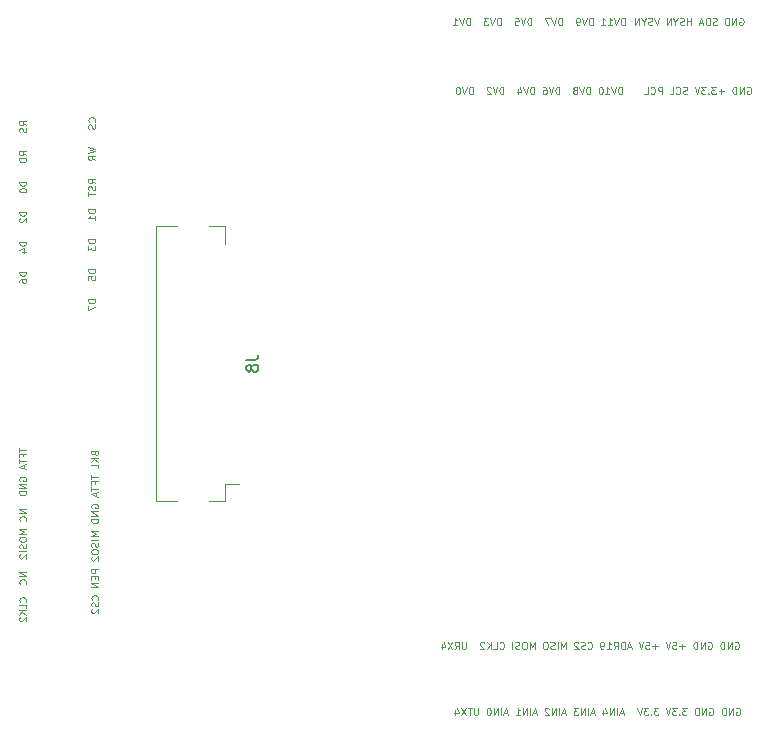
<source format=gbr>
%TF.GenerationSoftware,KiCad,Pcbnew,5.1.5-br-unknown-alt1.rc1*%
%TF.CreationDate,2025-11-25T07:02:03+07:00*%
%TF.ProjectId,ch32v307_100,63683332-7633-4303-975f-3130302e6b69,rev?*%
%TF.SameCoordinates,PX21e9a40PY1d11680*%
%TF.FileFunction,Legend,Bot*%
%TF.FilePolarity,Positive*%
%FSLAX46Y46*%
G04 Gerber Fmt 4.6, Leading zero omitted, Abs format (unit mm)*
G04 Created by KiCad (PCBNEW 5.1.5-br-unknown-alt1.rc1) date 2025-11-25 07:02:03*
%MOMM*%
%LPD*%
G01*
G04 APERTURE LIST*
%ADD10C,0.100000*%
%ADD11C,0.120000*%
%ADD12C,0.150000*%
G04 APERTURE END LIST*
D10*
X6564285Y-8978285D02*
X6592857Y-8949714D01*
X6621428Y-8864000D01*
X6621428Y-8806857D01*
X6592857Y-8721142D01*
X6535714Y-8664000D01*
X6478571Y-8635428D01*
X6364285Y-8606857D01*
X6278571Y-8606857D01*
X6164285Y-8635428D01*
X6107142Y-8664000D01*
X6050000Y-8721142D01*
X6021428Y-8806857D01*
X6021428Y-8864000D01*
X6050000Y-8949714D01*
X6078571Y-8978285D01*
X6592857Y-9206857D02*
X6621428Y-9292571D01*
X6621428Y-9435428D01*
X6592857Y-9492571D01*
X6564285Y-9521142D01*
X6507142Y-9549714D01*
X6450000Y-9549714D01*
X6392857Y-9521142D01*
X6364285Y-9492571D01*
X6335714Y-9435428D01*
X6307142Y-9321142D01*
X6278571Y-9264000D01*
X6250000Y-9235428D01*
X6192857Y-9206857D01*
X6135714Y-9206857D01*
X6078571Y-9235428D01*
X6050000Y-9264000D01*
X6021428Y-9321142D01*
X6021428Y-9464000D01*
X6050000Y-9549714D01*
X6021428Y-11121142D02*
X6621428Y-11263999D01*
X6192857Y-11378285D01*
X6621428Y-11492571D01*
X6021428Y-11635428D01*
X6621428Y-12206857D02*
X6335714Y-12006857D01*
X6621428Y-11863999D02*
X6021428Y-11863999D01*
X6021428Y-12092571D01*
X6050000Y-12149714D01*
X6078571Y-12178285D01*
X6135714Y-12206857D01*
X6221428Y-12206857D01*
X6278571Y-12178285D01*
X6307142Y-12149714D01*
X6335714Y-12092571D01*
X6335714Y-11863999D01*
X6621428Y-14178285D02*
X6335714Y-13978285D01*
X6621428Y-13835428D02*
X6021428Y-13835428D01*
X6021428Y-14063999D01*
X6050000Y-14121142D01*
X6078571Y-14149714D01*
X6135714Y-14178285D01*
X6221428Y-14178285D01*
X6278571Y-14149714D01*
X6307142Y-14121142D01*
X6335714Y-14063999D01*
X6335714Y-13835428D01*
X6592857Y-14406857D02*
X6621428Y-14492571D01*
X6621428Y-14635428D01*
X6592857Y-14692571D01*
X6564285Y-14721142D01*
X6507142Y-14749714D01*
X6450000Y-14749714D01*
X6392857Y-14721142D01*
X6364285Y-14692571D01*
X6335714Y-14635428D01*
X6307142Y-14521142D01*
X6278571Y-14463999D01*
X6250000Y-14435428D01*
X6192857Y-14406857D01*
X6135714Y-14406857D01*
X6078571Y-14435428D01*
X6050000Y-14463999D01*
X6021428Y-14521142D01*
X6021428Y-14663999D01*
X6050000Y-14749714D01*
X6021428Y-14921142D02*
X6021428Y-15263999D01*
X6621428Y-15092571D02*
X6021428Y-15092571D01*
X6621428Y-16378285D02*
X6021428Y-16378285D01*
X6021428Y-16521142D01*
X6050000Y-16606857D01*
X6107142Y-16663999D01*
X6164285Y-16692571D01*
X6278571Y-16721142D01*
X6364285Y-16721142D01*
X6478571Y-16692571D01*
X6535714Y-16663999D01*
X6592857Y-16606857D01*
X6621428Y-16521142D01*
X6621428Y-16378285D01*
X6621428Y-17292571D02*
X6621428Y-16949714D01*
X6621428Y-17121142D02*
X6021428Y-17121142D01*
X6107142Y-17063999D01*
X6164285Y-17006857D01*
X6192857Y-16949714D01*
X6621428Y-18921142D02*
X6021428Y-18921142D01*
X6021428Y-19063999D01*
X6050000Y-19149714D01*
X6107142Y-19206857D01*
X6164285Y-19235428D01*
X6278571Y-19263999D01*
X6364285Y-19263999D01*
X6478571Y-19235428D01*
X6535714Y-19206857D01*
X6592857Y-19149714D01*
X6621428Y-19063999D01*
X6621428Y-18921142D01*
X6021428Y-19463999D02*
X6021428Y-19835428D01*
X6250000Y-19635428D01*
X6250000Y-19721142D01*
X6278571Y-19778285D01*
X6307142Y-19806857D01*
X6364285Y-19835428D01*
X6507142Y-19835428D01*
X6564285Y-19806857D01*
X6592857Y-19778285D01*
X6621428Y-19721142D01*
X6621428Y-19549714D01*
X6592857Y-19492571D01*
X6564285Y-19463999D01*
X6621428Y-21463999D02*
X6021428Y-21463999D01*
X6021428Y-21606857D01*
X6050000Y-21692571D01*
X6107142Y-21749714D01*
X6164285Y-21778285D01*
X6278571Y-21806857D01*
X6364285Y-21806857D01*
X6478571Y-21778285D01*
X6535714Y-21749714D01*
X6592857Y-21692571D01*
X6621428Y-21606857D01*
X6621428Y-21463999D01*
X6021428Y-22349714D02*
X6021428Y-22063999D01*
X6307142Y-22035428D01*
X6278571Y-22063999D01*
X6250000Y-22121142D01*
X6250000Y-22263999D01*
X6278571Y-22321142D01*
X6307142Y-22349714D01*
X6364285Y-22378285D01*
X6507142Y-22378285D01*
X6564285Y-22349714D01*
X6592857Y-22321142D01*
X6621428Y-22263999D01*
X6621428Y-22121142D01*
X6592857Y-22063999D01*
X6564285Y-22035428D01*
X6621428Y-24006857D02*
X6021428Y-24006857D01*
X6021428Y-24149714D01*
X6050000Y-24235428D01*
X6107142Y-24292571D01*
X6164285Y-24321142D01*
X6278571Y-24349714D01*
X6364285Y-24349714D01*
X6478571Y-24321142D01*
X6535714Y-24292571D01*
X6592857Y-24235428D01*
X6621428Y-24149714D01*
X6621428Y-24006857D01*
X6021428Y-24549714D02*
X6021428Y-24949714D01*
X6621428Y-24692571D01*
X779428Y-9276571D02*
X493714Y-9076571D01*
X779428Y-8933714D02*
X179428Y-8933714D01*
X179428Y-9162285D01*
X208000Y-9219428D01*
X236571Y-9248000D01*
X293714Y-9276571D01*
X379428Y-9276571D01*
X436571Y-9248000D01*
X465142Y-9219428D01*
X493714Y-9162285D01*
X493714Y-8933714D01*
X750857Y-9505142D02*
X779428Y-9590857D01*
X779428Y-9733714D01*
X750857Y-9790857D01*
X722285Y-9819428D01*
X665142Y-9848000D01*
X608000Y-9848000D01*
X550857Y-9819428D01*
X522285Y-9790857D01*
X493714Y-9733714D01*
X465142Y-9619428D01*
X436571Y-9562285D01*
X408000Y-9533714D01*
X350857Y-9505142D01*
X293714Y-9505142D01*
X236571Y-9533714D01*
X208000Y-9562285D01*
X179428Y-9619428D01*
X179428Y-9762285D01*
X208000Y-9848000D01*
X779428Y-11819428D02*
X493714Y-11619428D01*
X779428Y-11476571D02*
X179428Y-11476571D01*
X179428Y-11705142D01*
X208000Y-11762285D01*
X236571Y-11790857D01*
X293714Y-11819428D01*
X379428Y-11819428D01*
X436571Y-11790857D01*
X465142Y-11762285D01*
X493714Y-11705142D01*
X493714Y-11476571D01*
X779428Y-12076571D02*
X179428Y-12076571D01*
X179428Y-12219428D01*
X208000Y-12305142D01*
X265142Y-12362285D01*
X322285Y-12390857D01*
X436571Y-12419428D01*
X522285Y-12419428D01*
X636571Y-12390857D01*
X693714Y-12362285D01*
X750857Y-12305142D01*
X779428Y-12219428D01*
X779428Y-12076571D01*
X779428Y-14047999D02*
X179428Y-14047999D01*
X179428Y-14190857D01*
X208000Y-14276571D01*
X265142Y-14333714D01*
X322285Y-14362285D01*
X436571Y-14390857D01*
X522285Y-14390857D01*
X636571Y-14362285D01*
X693714Y-14333714D01*
X750857Y-14276571D01*
X779428Y-14190857D01*
X779428Y-14047999D01*
X179428Y-14762285D02*
X179428Y-14819428D01*
X208000Y-14876571D01*
X236571Y-14905142D01*
X293714Y-14933714D01*
X408000Y-14962285D01*
X550857Y-14962285D01*
X665142Y-14933714D01*
X722285Y-14905142D01*
X750857Y-14876571D01*
X779428Y-14819428D01*
X779428Y-14762285D01*
X750857Y-14705142D01*
X722285Y-14676571D01*
X665142Y-14647999D01*
X550857Y-14619428D01*
X408000Y-14619428D01*
X293714Y-14647999D01*
X236571Y-14676571D01*
X208000Y-14705142D01*
X179428Y-14762285D01*
X779428Y-16590857D02*
X179428Y-16590857D01*
X179428Y-16733714D01*
X208000Y-16819428D01*
X265142Y-16876571D01*
X322285Y-16905142D01*
X436571Y-16933714D01*
X522285Y-16933714D01*
X636571Y-16905142D01*
X693714Y-16876571D01*
X750857Y-16819428D01*
X779428Y-16733714D01*
X779428Y-16590857D01*
X236571Y-17162285D02*
X208000Y-17190857D01*
X179428Y-17247999D01*
X179428Y-17390857D01*
X208000Y-17447999D01*
X236571Y-17476571D01*
X293714Y-17505142D01*
X350857Y-17505142D01*
X436571Y-17476571D01*
X779428Y-17133714D01*
X779428Y-17505142D01*
X779428Y-19133714D02*
X179428Y-19133714D01*
X179428Y-19276571D01*
X208000Y-19362285D01*
X265142Y-19419428D01*
X322285Y-19447999D01*
X436571Y-19476571D01*
X522285Y-19476571D01*
X636571Y-19447999D01*
X693714Y-19419428D01*
X750857Y-19362285D01*
X779428Y-19276571D01*
X779428Y-19133714D01*
X379428Y-19990857D02*
X779428Y-19990857D01*
X150857Y-19847999D02*
X579428Y-19705142D01*
X579428Y-20076571D01*
X779428Y-21676571D02*
X179428Y-21676571D01*
X179428Y-21819428D01*
X208000Y-21905142D01*
X265142Y-21962285D01*
X322285Y-21990857D01*
X436571Y-22019428D01*
X522285Y-22019428D01*
X636571Y-21990857D01*
X693714Y-21962285D01*
X750857Y-21905142D01*
X779428Y-21819428D01*
X779428Y-21676571D01*
X179428Y-22533714D02*
X179428Y-22419428D01*
X208000Y-22362285D01*
X236571Y-22333714D01*
X322285Y-22276571D01*
X436571Y-22247999D01*
X665142Y-22247999D01*
X722285Y-22276571D01*
X750857Y-22305142D01*
X779428Y-22362285D01*
X779428Y-22476571D01*
X750857Y-22533714D01*
X722285Y-22562285D01*
X665142Y-22590857D01*
X522285Y-22590857D01*
X465142Y-22562285D01*
X436571Y-22533714D01*
X408000Y-22476571D01*
X408000Y-22362285D01*
X436571Y-22305142D01*
X465142Y-22276571D01*
X522285Y-22247999D01*
X179428Y-36556285D02*
X179428Y-36899142D01*
X779428Y-36727714D02*
X179428Y-36727714D01*
X465142Y-37299142D02*
X465142Y-37099142D01*
X779428Y-37099142D02*
X179428Y-37099142D01*
X179428Y-37384857D01*
X179428Y-37527714D02*
X179428Y-37870571D01*
X779428Y-37699142D02*
X179428Y-37699142D01*
X608000Y-38042000D02*
X608000Y-38327714D01*
X779428Y-37984857D02*
X179428Y-38184857D01*
X779428Y-38384857D01*
X208000Y-39356285D02*
X179428Y-39299142D01*
X179428Y-39213428D01*
X208000Y-39127714D01*
X265142Y-39070571D01*
X322285Y-39042000D01*
X436571Y-39013428D01*
X522285Y-39013428D01*
X636571Y-39042000D01*
X693714Y-39070571D01*
X750857Y-39127714D01*
X779428Y-39213428D01*
X779428Y-39270571D01*
X750857Y-39356285D01*
X722285Y-39384857D01*
X522285Y-39384857D01*
X522285Y-39270571D01*
X779428Y-39642000D02*
X179428Y-39642000D01*
X779428Y-39984857D01*
X179428Y-39984857D01*
X779428Y-40270571D02*
X179428Y-40270571D01*
X179428Y-40413428D01*
X208000Y-40499142D01*
X265142Y-40556285D01*
X322285Y-40584857D01*
X436571Y-40613428D01*
X522285Y-40613428D01*
X636571Y-40584857D01*
X693714Y-40556285D01*
X750857Y-40499142D01*
X779428Y-40413428D01*
X779428Y-40270571D01*
X779428Y-41784857D02*
X179428Y-41784857D01*
X779428Y-42127714D01*
X179428Y-42127714D01*
X722285Y-42756285D02*
X750857Y-42727714D01*
X779428Y-42642000D01*
X779428Y-42584857D01*
X750857Y-42499142D01*
X693714Y-42442000D01*
X636571Y-42413428D01*
X522285Y-42384857D01*
X436571Y-42384857D01*
X322285Y-42413428D01*
X265142Y-42442000D01*
X208000Y-42499142D01*
X179428Y-42584857D01*
X179428Y-42642000D01*
X208000Y-42727714D01*
X236571Y-42756285D01*
X779428Y-43470571D02*
X179428Y-43470571D01*
X608000Y-43670571D01*
X179428Y-43870571D01*
X779428Y-43870571D01*
X179428Y-44270571D02*
X179428Y-44384857D01*
X208000Y-44442000D01*
X265142Y-44499142D01*
X379428Y-44527714D01*
X579428Y-44527714D01*
X693714Y-44499142D01*
X750857Y-44442000D01*
X779428Y-44384857D01*
X779428Y-44270571D01*
X750857Y-44213428D01*
X693714Y-44156285D01*
X579428Y-44127714D01*
X379428Y-44127714D01*
X265142Y-44156285D01*
X208000Y-44213428D01*
X179428Y-44270571D01*
X750857Y-44756285D02*
X779428Y-44842000D01*
X779428Y-44984857D01*
X750857Y-45042000D01*
X722285Y-45070571D01*
X665142Y-45099142D01*
X608000Y-45099142D01*
X550857Y-45070571D01*
X522285Y-45042000D01*
X493714Y-44984857D01*
X465142Y-44870571D01*
X436571Y-44813428D01*
X408000Y-44784857D01*
X350857Y-44756285D01*
X293714Y-44756285D01*
X236571Y-44784857D01*
X208000Y-44813428D01*
X179428Y-44870571D01*
X179428Y-45013428D01*
X208000Y-45099142D01*
X779428Y-45356285D02*
X179428Y-45356285D01*
X236571Y-45613428D02*
X208000Y-45642000D01*
X179428Y-45699142D01*
X179428Y-45842000D01*
X208000Y-45899142D01*
X236571Y-45927714D01*
X293714Y-45956285D01*
X350857Y-45956285D01*
X436571Y-45927714D01*
X779428Y-45584857D01*
X779428Y-45956285D01*
X779428Y-47127714D02*
X179428Y-47127714D01*
X779428Y-47470571D01*
X179428Y-47470571D01*
X722285Y-48099142D02*
X750857Y-48070571D01*
X779428Y-47984857D01*
X779428Y-47927714D01*
X750857Y-47842000D01*
X693714Y-47784857D01*
X636571Y-47756285D01*
X522285Y-47727714D01*
X436571Y-47727714D01*
X322285Y-47756285D01*
X265142Y-47784857D01*
X208000Y-47842000D01*
X179428Y-47927714D01*
X179428Y-47984857D01*
X208000Y-48070571D01*
X236571Y-48099142D01*
X722285Y-49613428D02*
X750857Y-49584857D01*
X779428Y-49499142D01*
X779428Y-49442000D01*
X750857Y-49356285D01*
X693714Y-49299142D01*
X636571Y-49270571D01*
X522285Y-49242000D01*
X436571Y-49242000D01*
X322285Y-49270571D01*
X265142Y-49299142D01*
X208000Y-49356285D01*
X179428Y-49442000D01*
X179428Y-49499142D01*
X208000Y-49584857D01*
X236571Y-49613428D01*
X779428Y-50156285D02*
X779428Y-49870571D01*
X179428Y-49870571D01*
X779428Y-50356285D02*
X179428Y-50356285D01*
X779428Y-50699142D02*
X436571Y-50442000D01*
X179428Y-50699142D02*
X522285Y-50356285D01*
X236571Y-50927714D02*
X208000Y-50956285D01*
X179428Y-51013428D01*
X179428Y-51156285D01*
X208000Y-51213428D01*
X236571Y-51242000D01*
X293714Y-51270571D01*
X350857Y-51270571D01*
X436571Y-51242000D01*
X779428Y-50899142D01*
X779428Y-51270571D01*
X6561142Y-37030857D02*
X6589714Y-37116571D01*
X6618285Y-37145142D01*
X6675428Y-37173714D01*
X6761142Y-37173714D01*
X6818285Y-37145142D01*
X6846857Y-37116571D01*
X6875428Y-37059428D01*
X6875428Y-36830857D01*
X6275428Y-36830857D01*
X6275428Y-37030857D01*
X6304000Y-37088000D01*
X6332571Y-37116571D01*
X6389714Y-37145142D01*
X6446857Y-37145142D01*
X6504000Y-37116571D01*
X6532571Y-37088000D01*
X6561142Y-37030857D01*
X6561142Y-36830857D01*
X6875428Y-37430857D02*
X6275428Y-37430857D01*
X6875428Y-37773714D02*
X6532571Y-37516571D01*
X6275428Y-37773714D02*
X6618285Y-37430857D01*
X6875428Y-38316571D02*
X6875428Y-38030857D01*
X6275428Y-38030857D01*
X6275428Y-38888000D02*
X6275428Y-39230857D01*
X6875428Y-39059428D02*
X6275428Y-39059428D01*
X6561142Y-39630857D02*
X6561142Y-39430857D01*
X6875428Y-39430857D02*
X6275428Y-39430857D01*
X6275428Y-39716571D01*
X6275428Y-39859428D02*
X6275428Y-40202285D01*
X6875428Y-40030857D02*
X6275428Y-40030857D01*
X6704000Y-40373714D02*
X6704000Y-40659428D01*
X6875428Y-40316571D02*
X6275428Y-40516571D01*
X6875428Y-40716571D01*
X6304000Y-41688000D02*
X6275428Y-41630857D01*
X6275428Y-41545142D01*
X6304000Y-41459428D01*
X6361142Y-41402285D01*
X6418285Y-41373714D01*
X6532571Y-41345142D01*
X6618285Y-41345142D01*
X6732571Y-41373714D01*
X6789714Y-41402285D01*
X6846857Y-41459428D01*
X6875428Y-41545142D01*
X6875428Y-41602285D01*
X6846857Y-41688000D01*
X6818285Y-41716571D01*
X6618285Y-41716571D01*
X6618285Y-41602285D01*
X6875428Y-41973714D02*
X6275428Y-41973714D01*
X6875428Y-42316571D01*
X6275428Y-42316571D01*
X6875428Y-42602285D02*
X6275428Y-42602285D01*
X6275428Y-42745142D01*
X6304000Y-42830857D01*
X6361142Y-42888000D01*
X6418285Y-42916571D01*
X6532571Y-42945142D01*
X6618285Y-42945142D01*
X6732571Y-42916571D01*
X6789714Y-42888000D01*
X6846857Y-42830857D01*
X6875428Y-42745142D01*
X6875428Y-42602285D01*
X6875428Y-43659428D02*
X6275428Y-43659428D01*
X6704000Y-43859428D01*
X6275428Y-44059428D01*
X6875428Y-44059428D01*
X6875428Y-44345142D02*
X6275428Y-44345142D01*
X6846857Y-44602285D02*
X6875428Y-44688000D01*
X6875428Y-44830857D01*
X6846857Y-44888000D01*
X6818285Y-44916571D01*
X6761142Y-44945142D01*
X6704000Y-44945142D01*
X6646857Y-44916571D01*
X6618285Y-44888000D01*
X6589714Y-44830857D01*
X6561142Y-44716571D01*
X6532571Y-44659428D01*
X6504000Y-44630857D01*
X6446857Y-44602285D01*
X6389714Y-44602285D01*
X6332571Y-44630857D01*
X6304000Y-44659428D01*
X6275428Y-44716571D01*
X6275428Y-44859428D01*
X6304000Y-44945142D01*
X6275428Y-45316571D02*
X6275428Y-45430857D01*
X6304000Y-45488000D01*
X6361142Y-45545142D01*
X6475428Y-45573714D01*
X6675428Y-45573714D01*
X6789714Y-45545142D01*
X6846857Y-45488000D01*
X6875428Y-45430857D01*
X6875428Y-45316571D01*
X6846857Y-45259428D01*
X6789714Y-45202285D01*
X6675428Y-45173714D01*
X6475428Y-45173714D01*
X6361142Y-45202285D01*
X6304000Y-45259428D01*
X6275428Y-45316571D01*
X6332571Y-45802285D02*
X6304000Y-45830857D01*
X6275428Y-45888000D01*
X6275428Y-46030857D01*
X6304000Y-46088000D01*
X6332571Y-46116571D01*
X6389714Y-46145142D01*
X6446857Y-46145142D01*
X6532571Y-46116571D01*
X6875428Y-45773714D01*
X6875428Y-46145142D01*
X6875428Y-46859428D02*
X6275428Y-46859428D01*
X6275428Y-47088000D01*
X6304000Y-47145142D01*
X6332571Y-47173714D01*
X6389714Y-47202285D01*
X6475428Y-47202285D01*
X6532571Y-47173714D01*
X6561142Y-47145142D01*
X6589714Y-47088000D01*
X6589714Y-46859428D01*
X6561142Y-47459428D02*
X6561142Y-47659428D01*
X6875428Y-47745142D02*
X6875428Y-47459428D01*
X6275428Y-47459428D01*
X6275428Y-47745142D01*
X6875428Y-48002285D02*
X6275428Y-48002285D01*
X6875428Y-48345142D01*
X6275428Y-48345142D01*
X6818285Y-49430857D02*
X6846857Y-49402285D01*
X6875428Y-49316571D01*
X6875428Y-49259428D01*
X6846857Y-49173714D01*
X6789714Y-49116571D01*
X6732571Y-49088000D01*
X6618285Y-49059428D01*
X6532571Y-49059428D01*
X6418285Y-49088000D01*
X6361142Y-49116571D01*
X6304000Y-49173714D01*
X6275428Y-49259428D01*
X6275428Y-49316571D01*
X6304000Y-49402285D01*
X6332571Y-49430857D01*
X6846857Y-49659428D02*
X6875428Y-49745142D01*
X6875428Y-49888000D01*
X6846857Y-49945142D01*
X6818285Y-49973714D01*
X6761142Y-50002285D01*
X6704000Y-50002285D01*
X6646857Y-49973714D01*
X6618285Y-49945142D01*
X6589714Y-49888000D01*
X6561142Y-49773714D01*
X6532571Y-49716571D01*
X6504000Y-49688000D01*
X6446857Y-49659428D01*
X6389714Y-49659428D01*
X6332571Y-49688000D01*
X6304000Y-49716571D01*
X6275428Y-49773714D01*
X6275428Y-49916571D01*
X6304000Y-50002285D01*
X6332571Y-50230857D02*
X6304000Y-50259428D01*
X6275428Y-50316571D01*
X6275428Y-50459428D01*
X6304000Y-50516571D01*
X6332571Y-50545142D01*
X6389714Y-50573714D01*
X6446857Y-50573714D01*
X6532571Y-50545142D01*
X6875428Y-50202285D01*
X6875428Y-50573714D01*
X51338857Y-59028000D02*
X51053142Y-59028000D01*
X51396000Y-59199428D02*
X51196000Y-58599428D01*
X50996000Y-59199428D01*
X50796000Y-59199428D02*
X50796000Y-58599428D01*
X50510285Y-59199428D02*
X50510285Y-58599428D01*
X50167428Y-59199428D01*
X50167428Y-58599428D01*
X49624571Y-58799428D02*
X49624571Y-59199428D01*
X49767428Y-58570857D02*
X49910285Y-58999428D01*
X49538857Y-58999428D01*
X48881714Y-59028000D02*
X48596000Y-59028000D01*
X48938857Y-59199428D02*
X48738857Y-58599428D01*
X48538857Y-59199428D01*
X48338857Y-59199428D02*
X48338857Y-58599428D01*
X48053142Y-59199428D02*
X48053142Y-58599428D01*
X47710285Y-59199428D01*
X47710285Y-58599428D01*
X47481714Y-58599428D02*
X47110285Y-58599428D01*
X47310285Y-58828000D01*
X47224571Y-58828000D01*
X47167428Y-58856571D01*
X47138857Y-58885142D01*
X47110285Y-58942285D01*
X47110285Y-59085142D01*
X47138857Y-59142285D01*
X47167428Y-59170857D01*
X47224571Y-59199428D01*
X47396000Y-59199428D01*
X47453142Y-59170857D01*
X47481714Y-59142285D01*
X46424571Y-59028000D02*
X46138857Y-59028000D01*
X46481714Y-59199428D02*
X46281714Y-58599428D01*
X46081714Y-59199428D01*
X45881714Y-59199428D02*
X45881714Y-58599428D01*
X45596000Y-59199428D02*
X45596000Y-58599428D01*
X45253142Y-59199428D01*
X45253142Y-58599428D01*
X44996000Y-58656571D02*
X44967428Y-58628000D01*
X44910285Y-58599428D01*
X44767428Y-58599428D01*
X44710285Y-58628000D01*
X44681714Y-58656571D01*
X44653142Y-58713714D01*
X44653142Y-58770857D01*
X44681714Y-58856571D01*
X45024571Y-59199428D01*
X44653142Y-59199428D01*
X43967428Y-59028000D02*
X43681714Y-59028000D01*
X44024571Y-59199428D02*
X43824571Y-58599428D01*
X43624571Y-59199428D01*
X43424571Y-59199428D02*
X43424571Y-58599428D01*
X43138857Y-59199428D02*
X43138857Y-58599428D01*
X42796000Y-59199428D01*
X42796000Y-58599428D01*
X42196000Y-59199428D02*
X42538857Y-59199428D01*
X42367428Y-59199428D02*
X42367428Y-58599428D01*
X42424571Y-58685142D01*
X42481714Y-58742285D01*
X42538857Y-58770857D01*
X41510285Y-59028000D02*
X41224571Y-59028000D01*
X41567428Y-59199428D02*
X41367428Y-58599428D01*
X41167428Y-59199428D01*
X40967428Y-59199428D02*
X40967428Y-58599428D01*
X40681714Y-59199428D02*
X40681714Y-58599428D01*
X40338857Y-59199428D01*
X40338857Y-58599428D01*
X39938857Y-58599428D02*
X39881714Y-58599428D01*
X39824571Y-58628000D01*
X39796000Y-58656571D01*
X39767428Y-58713714D01*
X39738857Y-58828000D01*
X39738857Y-58970857D01*
X39767428Y-59085142D01*
X39796000Y-59142285D01*
X39824571Y-59170857D01*
X39881714Y-59199428D01*
X39938857Y-59199428D01*
X39996000Y-59170857D01*
X40024571Y-59142285D01*
X40053142Y-59085142D01*
X40081714Y-58970857D01*
X40081714Y-58828000D01*
X40053142Y-58713714D01*
X40024571Y-58656571D01*
X39996000Y-58628000D01*
X39938857Y-58599428D01*
X39024571Y-58599428D02*
X39024571Y-59085142D01*
X38996000Y-59142285D01*
X38967428Y-59170857D01*
X38910285Y-59199428D01*
X38796000Y-59199428D01*
X38738857Y-59170857D01*
X38710285Y-59142285D01*
X38681714Y-59085142D01*
X38681714Y-58599428D01*
X38481714Y-58599428D02*
X38138857Y-58599428D01*
X38310285Y-59199428D02*
X38310285Y-58599428D01*
X37996000Y-58599428D02*
X37596000Y-59199428D01*
X37596000Y-58599428D02*
X37996000Y-59199428D01*
X37110285Y-58799428D02*
X37110285Y-59199428D01*
X37253142Y-58570857D02*
X37396000Y-58999428D01*
X37024571Y-58999428D01*
X51984857Y-53440000D02*
X51699142Y-53440000D01*
X52042000Y-53611428D02*
X51842000Y-53011428D01*
X51642000Y-53611428D01*
X51442000Y-53611428D02*
X51442000Y-53011428D01*
X51299142Y-53011428D01*
X51213428Y-53040000D01*
X51156285Y-53097142D01*
X51127714Y-53154285D01*
X51099142Y-53268571D01*
X51099142Y-53354285D01*
X51127714Y-53468571D01*
X51156285Y-53525714D01*
X51213428Y-53582857D01*
X51299142Y-53611428D01*
X51442000Y-53611428D01*
X50499142Y-53611428D02*
X50699142Y-53325714D01*
X50842000Y-53611428D02*
X50842000Y-53011428D01*
X50613428Y-53011428D01*
X50556285Y-53040000D01*
X50527714Y-53068571D01*
X50499142Y-53125714D01*
X50499142Y-53211428D01*
X50527714Y-53268571D01*
X50556285Y-53297142D01*
X50613428Y-53325714D01*
X50842000Y-53325714D01*
X49927714Y-53611428D02*
X50270571Y-53611428D01*
X50099142Y-53611428D02*
X50099142Y-53011428D01*
X50156285Y-53097142D01*
X50213428Y-53154285D01*
X50270571Y-53182857D01*
X49642000Y-53611428D02*
X49527714Y-53611428D01*
X49470571Y-53582857D01*
X49442000Y-53554285D01*
X49384857Y-53468571D01*
X49356285Y-53354285D01*
X49356285Y-53125714D01*
X49384857Y-53068571D01*
X49413428Y-53040000D01*
X49470571Y-53011428D01*
X49584857Y-53011428D01*
X49642000Y-53040000D01*
X49670571Y-53068571D01*
X49699142Y-53125714D01*
X49699142Y-53268571D01*
X49670571Y-53325714D01*
X49642000Y-53354285D01*
X49584857Y-53382857D01*
X49470571Y-53382857D01*
X49413428Y-53354285D01*
X49384857Y-53325714D01*
X49356285Y-53268571D01*
X48299142Y-53554285D02*
X48327714Y-53582857D01*
X48413428Y-53611428D01*
X48470571Y-53611428D01*
X48556285Y-53582857D01*
X48613428Y-53525714D01*
X48642000Y-53468571D01*
X48670571Y-53354285D01*
X48670571Y-53268571D01*
X48642000Y-53154285D01*
X48613428Y-53097142D01*
X48556285Y-53040000D01*
X48470571Y-53011428D01*
X48413428Y-53011428D01*
X48327714Y-53040000D01*
X48299142Y-53068571D01*
X48070571Y-53582857D02*
X47984857Y-53611428D01*
X47842000Y-53611428D01*
X47784857Y-53582857D01*
X47756285Y-53554285D01*
X47727714Y-53497142D01*
X47727714Y-53440000D01*
X47756285Y-53382857D01*
X47784857Y-53354285D01*
X47842000Y-53325714D01*
X47956285Y-53297142D01*
X48013428Y-53268571D01*
X48042000Y-53240000D01*
X48070571Y-53182857D01*
X48070571Y-53125714D01*
X48042000Y-53068571D01*
X48013428Y-53040000D01*
X47956285Y-53011428D01*
X47813428Y-53011428D01*
X47727714Y-53040000D01*
X47499142Y-53068571D02*
X47470571Y-53040000D01*
X47413428Y-53011428D01*
X47270571Y-53011428D01*
X47213428Y-53040000D01*
X47184857Y-53068571D01*
X47156285Y-53125714D01*
X47156285Y-53182857D01*
X47184857Y-53268571D01*
X47527714Y-53611428D01*
X47156285Y-53611428D01*
X46442000Y-53611428D02*
X46442000Y-53011428D01*
X46242000Y-53440000D01*
X46042000Y-53011428D01*
X46042000Y-53611428D01*
X45756285Y-53611428D02*
X45756285Y-53011428D01*
X45499142Y-53582857D02*
X45413428Y-53611428D01*
X45270571Y-53611428D01*
X45213428Y-53582857D01*
X45184857Y-53554285D01*
X45156285Y-53497142D01*
X45156285Y-53440000D01*
X45184857Y-53382857D01*
X45213428Y-53354285D01*
X45270571Y-53325714D01*
X45384857Y-53297142D01*
X45442000Y-53268571D01*
X45470571Y-53240000D01*
X45499142Y-53182857D01*
X45499142Y-53125714D01*
X45470571Y-53068571D01*
X45442000Y-53040000D01*
X45384857Y-53011428D01*
X45242000Y-53011428D01*
X45156285Y-53040000D01*
X44784857Y-53011428D02*
X44670571Y-53011428D01*
X44613428Y-53040000D01*
X44556285Y-53097142D01*
X44527714Y-53211428D01*
X44527714Y-53411428D01*
X44556285Y-53525714D01*
X44613428Y-53582857D01*
X44670571Y-53611428D01*
X44784857Y-53611428D01*
X44842000Y-53582857D01*
X44899142Y-53525714D01*
X44927714Y-53411428D01*
X44927714Y-53211428D01*
X44899142Y-53097142D01*
X44842000Y-53040000D01*
X44784857Y-53011428D01*
X43813428Y-53611428D02*
X43813428Y-53011428D01*
X43613428Y-53440000D01*
X43413428Y-53011428D01*
X43413428Y-53611428D01*
X43013428Y-53011428D02*
X42899142Y-53011428D01*
X42842000Y-53040000D01*
X42784857Y-53097142D01*
X42756285Y-53211428D01*
X42756285Y-53411428D01*
X42784857Y-53525714D01*
X42842000Y-53582857D01*
X42899142Y-53611428D01*
X43013428Y-53611428D01*
X43070571Y-53582857D01*
X43127714Y-53525714D01*
X43156285Y-53411428D01*
X43156285Y-53211428D01*
X43127714Y-53097142D01*
X43070571Y-53040000D01*
X43013428Y-53011428D01*
X42527714Y-53582857D02*
X42442000Y-53611428D01*
X42299142Y-53611428D01*
X42242000Y-53582857D01*
X42213428Y-53554285D01*
X42184857Y-53497142D01*
X42184857Y-53440000D01*
X42213428Y-53382857D01*
X42242000Y-53354285D01*
X42299142Y-53325714D01*
X42413428Y-53297142D01*
X42470571Y-53268571D01*
X42499142Y-53240000D01*
X42527714Y-53182857D01*
X42527714Y-53125714D01*
X42499142Y-53068571D01*
X42470571Y-53040000D01*
X42413428Y-53011428D01*
X42270571Y-53011428D01*
X42184857Y-53040000D01*
X41927714Y-53611428D02*
X41927714Y-53011428D01*
X40842000Y-53554285D02*
X40870571Y-53582857D01*
X40956285Y-53611428D01*
X41013428Y-53611428D01*
X41099142Y-53582857D01*
X41156285Y-53525714D01*
X41184857Y-53468571D01*
X41213428Y-53354285D01*
X41213428Y-53268571D01*
X41184857Y-53154285D01*
X41156285Y-53097142D01*
X41099142Y-53040000D01*
X41013428Y-53011428D01*
X40956285Y-53011428D01*
X40870571Y-53040000D01*
X40842000Y-53068571D01*
X40299142Y-53611428D02*
X40584857Y-53611428D01*
X40584857Y-53011428D01*
X40099142Y-53611428D02*
X40099142Y-53011428D01*
X39756285Y-53611428D02*
X40013428Y-53268571D01*
X39756285Y-53011428D02*
X40099142Y-53354285D01*
X39527714Y-53068571D02*
X39499142Y-53040000D01*
X39442000Y-53011428D01*
X39299142Y-53011428D01*
X39242000Y-53040000D01*
X39213428Y-53068571D01*
X39184857Y-53125714D01*
X39184857Y-53182857D01*
X39213428Y-53268571D01*
X39556285Y-53611428D01*
X39184857Y-53611428D01*
X38013428Y-53011428D02*
X38013428Y-53497142D01*
X37984857Y-53554285D01*
X37956285Y-53582857D01*
X37899142Y-53611428D01*
X37784857Y-53611428D01*
X37727714Y-53582857D01*
X37699142Y-53554285D01*
X37670571Y-53497142D01*
X37670571Y-53011428D01*
X37042000Y-53611428D02*
X37242000Y-53325714D01*
X37384857Y-53611428D02*
X37384857Y-53011428D01*
X37156285Y-53011428D01*
X37099142Y-53040000D01*
X37070571Y-53068571D01*
X37042000Y-53125714D01*
X37042000Y-53211428D01*
X37070571Y-53268571D01*
X37099142Y-53297142D01*
X37156285Y-53325714D01*
X37384857Y-53325714D01*
X36842000Y-53011428D02*
X36442000Y-53611428D01*
X36442000Y-53011428D02*
X36842000Y-53611428D01*
X35956285Y-53211428D02*
X35956285Y-53611428D01*
X36099142Y-52982857D02*
X36242000Y-53411428D01*
X35870571Y-53411428D01*
X60781714Y-53040000D02*
X60838857Y-53011428D01*
X60924571Y-53011428D01*
X61010285Y-53040000D01*
X61067428Y-53097142D01*
X61096000Y-53154285D01*
X61124571Y-53268571D01*
X61124571Y-53354285D01*
X61096000Y-53468571D01*
X61067428Y-53525714D01*
X61010285Y-53582857D01*
X60924571Y-53611428D01*
X60867428Y-53611428D01*
X60781714Y-53582857D01*
X60753142Y-53554285D01*
X60753142Y-53354285D01*
X60867428Y-53354285D01*
X60496000Y-53611428D02*
X60496000Y-53011428D01*
X60153142Y-53611428D01*
X60153142Y-53011428D01*
X59867428Y-53611428D02*
X59867428Y-53011428D01*
X59724571Y-53011428D01*
X59638857Y-53040000D01*
X59581714Y-53097142D01*
X59553142Y-53154285D01*
X59524571Y-53268571D01*
X59524571Y-53354285D01*
X59553142Y-53468571D01*
X59581714Y-53525714D01*
X59638857Y-53582857D01*
X59724571Y-53611428D01*
X59867428Y-53611428D01*
X58496000Y-53040000D02*
X58553142Y-53011428D01*
X58638857Y-53011428D01*
X58724571Y-53040000D01*
X58781714Y-53097142D01*
X58810285Y-53154285D01*
X58838857Y-53268571D01*
X58838857Y-53354285D01*
X58810285Y-53468571D01*
X58781714Y-53525714D01*
X58724571Y-53582857D01*
X58638857Y-53611428D01*
X58581714Y-53611428D01*
X58496000Y-53582857D01*
X58467428Y-53554285D01*
X58467428Y-53354285D01*
X58581714Y-53354285D01*
X58210285Y-53611428D02*
X58210285Y-53011428D01*
X57867428Y-53611428D01*
X57867428Y-53011428D01*
X57581714Y-53611428D02*
X57581714Y-53011428D01*
X57438857Y-53011428D01*
X57353142Y-53040000D01*
X57296000Y-53097142D01*
X57267428Y-53154285D01*
X57238857Y-53268571D01*
X57238857Y-53354285D01*
X57267428Y-53468571D01*
X57296000Y-53525714D01*
X57353142Y-53582857D01*
X57438857Y-53611428D01*
X57581714Y-53611428D01*
X56524571Y-53382857D02*
X56067428Y-53382857D01*
X56296000Y-53611428D02*
X56296000Y-53154285D01*
X55496000Y-53011428D02*
X55781714Y-53011428D01*
X55810285Y-53297142D01*
X55781714Y-53268571D01*
X55724571Y-53240000D01*
X55581714Y-53240000D01*
X55524571Y-53268571D01*
X55496000Y-53297142D01*
X55467428Y-53354285D01*
X55467428Y-53497142D01*
X55496000Y-53554285D01*
X55524571Y-53582857D01*
X55581714Y-53611428D01*
X55724571Y-53611428D01*
X55781714Y-53582857D01*
X55810285Y-53554285D01*
X55296000Y-53011428D02*
X55096000Y-53611428D01*
X54896000Y-53011428D01*
X54238857Y-53382857D02*
X53781714Y-53382857D01*
X54010285Y-53611428D02*
X54010285Y-53154285D01*
X53210285Y-53011428D02*
X53496000Y-53011428D01*
X53524571Y-53297142D01*
X53496000Y-53268571D01*
X53438857Y-53240000D01*
X53296000Y-53240000D01*
X53238857Y-53268571D01*
X53210285Y-53297142D01*
X53181714Y-53354285D01*
X53181714Y-53497142D01*
X53210285Y-53554285D01*
X53238857Y-53582857D01*
X53296000Y-53611428D01*
X53438857Y-53611428D01*
X53496000Y-53582857D01*
X53524571Y-53554285D01*
X53010285Y-53011428D02*
X52810285Y-53611428D01*
X52610285Y-53011428D01*
X60896000Y-58628000D02*
X60953142Y-58599428D01*
X61038857Y-58599428D01*
X61124571Y-58628000D01*
X61181714Y-58685142D01*
X61210285Y-58742285D01*
X61238857Y-58856571D01*
X61238857Y-58942285D01*
X61210285Y-59056571D01*
X61181714Y-59113714D01*
X61124571Y-59170857D01*
X61038857Y-59199428D01*
X60981714Y-59199428D01*
X60896000Y-59170857D01*
X60867428Y-59142285D01*
X60867428Y-58942285D01*
X60981714Y-58942285D01*
X60610285Y-59199428D02*
X60610285Y-58599428D01*
X60267428Y-59199428D01*
X60267428Y-58599428D01*
X59981714Y-59199428D02*
X59981714Y-58599428D01*
X59838857Y-58599428D01*
X59753142Y-58628000D01*
X59696000Y-58685142D01*
X59667428Y-58742285D01*
X59638857Y-58856571D01*
X59638857Y-58942285D01*
X59667428Y-59056571D01*
X59696000Y-59113714D01*
X59753142Y-59170857D01*
X59838857Y-59199428D01*
X59981714Y-59199428D01*
X58610285Y-58628000D02*
X58667428Y-58599428D01*
X58753142Y-58599428D01*
X58838857Y-58628000D01*
X58896000Y-58685142D01*
X58924571Y-58742285D01*
X58953142Y-58856571D01*
X58953142Y-58942285D01*
X58924571Y-59056571D01*
X58896000Y-59113714D01*
X58838857Y-59170857D01*
X58753142Y-59199428D01*
X58696000Y-59199428D01*
X58610285Y-59170857D01*
X58581714Y-59142285D01*
X58581714Y-58942285D01*
X58696000Y-58942285D01*
X58324571Y-59199428D02*
X58324571Y-58599428D01*
X57981714Y-59199428D01*
X57981714Y-58599428D01*
X57696000Y-59199428D02*
X57696000Y-58599428D01*
X57553142Y-58599428D01*
X57467428Y-58628000D01*
X57410285Y-58685142D01*
X57381714Y-58742285D01*
X57353142Y-58856571D01*
X57353142Y-58942285D01*
X57381714Y-59056571D01*
X57410285Y-59113714D01*
X57467428Y-59170857D01*
X57553142Y-59199428D01*
X57696000Y-59199428D01*
X56696000Y-58599428D02*
X56324571Y-58599428D01*
X56524571Y-58828000D01*
X56438857Y-58828000D01*
X56381714Y-58856571D01*
X56353142Y-58885142D01*
X56324571Y-58942285D01*
X56324571Y-59085142D01*
X56353142Y-59142285D01*
X56381714Y-59170857D01*
X56438857Y-59199428D01*
X56610285Y-59199428D01*
X56667428Y-59170857D01*
X56696000Y-59142285D01*
X56067428Y-59142285D02*
X56038857Y-59170857D01*
X56067428Y-59199428D01*
X56096000Y-59170857D01*
X56067428Y-59142285D01*
X56067428Y-59199428D01*
X55838857Y-58599428D02*
X55467428Y-58599428D01*
X55667428Y-58828000D01*
X55581714Y-58828000D01*
X55524571Y-58856571D01*
X55496000Y-58885142D01*
X55467428Y-58942285D01*
X55467428Y-59085142D01*
X55496000Y-59142285D01*
X55524571Y-59170857D01*
X55581714Y-59199428D01*
X55753142Y-59199428D01*
X55810285Y-59170857D01*
X55838857Y-59142285D01*
X55296000Y-58599428D02*
X55096000Y-59199428D01*
X54896000Y-58599428D01*
X54296000Y-58599428D02*
X53924571Y-58599428D01*
X54124571Y-58828000D01*
X54038857Y-58828000D01*
X53981714Y-58856571D01*
X53953142Y-58885142D01*
X53924571Y-58942285D01*
X53924571Y-59085142D01*
X53953142Y-59142285D01*
X53981714Y-59170857D01*
X54038857Y-59199428D01*
X54210285Y-59199428D01*
X54267428Y-59170857D01*
X54296000Y-59142285D01*
X53667428Y-59142285D02*
X53638857Y-59170857D01*
X53667428Y-59199428D01*
X53696000Y-59170857D01*
X53667428Y-59142285D01*
X53667428Y-59199428D01*
X53438857Y-58599428D02*
X53067428Y-58599428D01*
X53267428Y-58828000D01*
X53181714Y-58828000D01*
X53124571Y-58856571D01*
X53096000Y-58885142D01*
X53067428Y-58942285D01*
X53067428Y-59085142D01*
X53096000Y-59142285D01*
X53124571Y-59170857D01*
X53181714Y-59199428D01*
X53353142Y-59199428D01*
X53410285Y-59170857D01*
X53438857Y-59142285D01*
X52896000Y-58599428D02*
X52696000Y-59199428D01*
X52496000Y-58599428D01*
X61167428Y-208000D02*
X61224571Y-179428D01*
X61310285Y-179428D01*
X61396000Y-208000D01*
X61453142Y-265142D01*
X61481714Y-322285D01*
X61510285Y-436571D01*
X61510285Y-522285D01*
X61481714Y-636571D01*
X61453142Y-693714D01*
X61396000Y-750857D01*
X61310285Y-779428D01*
X61253142Y-779428D01*
X61167428Y-750857D01*
X61138857Y-722285D01*
X61138857Y-522285D01*
X61253142Y-522285D01*
X60881714Y-779428D02*
X60881714Y-179428D01*
X60538857Y-779428D01*
X60538857Y-179428D01*
X60253142Y-779428D02*
X60253142Y-179428D01*
X60110285Y-179428D01*
X60024571Y-208000D01*
X59967428Y-265142D01*
X59938857Y-322285D01*
X59910285Y-436571D01*
X59910285Y-522285D01*
X59938857Y-636571D01*
X59967428Y-693714D01*
X60024571Y-750857D01*
X60110285Y-779428D01*
X60253142Y-779428D01*
X59224571Y-750857D02*
X59138857Y-779428D01*
X58996000Y-779428D01*
X58938857Y-750857D01*
X58910285Y-722285D01*
X58881714Y-665142D01*
X58881714Y-608000D01*
X58910285Y-550857D01*
X58938857Y-522285D01*
X58996000Y-493714D01*
X59110285Y-465142D01*
X59167428Y-436571D01*
X59196000Y-408000D01*
X59224571Y-350857D01*
X59224571Y-293714D01*
X59196000Y-236571D01*
X59167428Y-208000D01*
X59110285Y-179428D01*
X58967428Y-179428D01*
X58881714Y-208000D01*
X58624571Y-779428D02*
X58624571Y-179428D01*
X58481714Y-179428D01*
X58396000Y-208000D01*
X58338857Y-265142D01*
X58310285Y-322285D01*
X58281714Y-436571D01*
X58281714Y-522285D01*
X58310285Y-636571D01*
X58338857Y-693714D01*
X58396000Y-750857D01*
X58481714Y-779428D01*
X58624571Y-779428D01*
X58053142Y-608000D02*
X57767428Y-608000D01*
X58110285Y-779428D02*
X57910285Y-179428D01*
X57710285Y-779428D01*
X57053142Y-779428D02*
X57053142Y-179428D01*
X57053142Y-465142D02*
X56710285Y-465142D01*
X56710285Y-779428D02*
X56710285Y-179428D01*
X56453142Y-750857D02*
X56367428Y-779428D01*
X56224571Y-779428D01*
X56167428Y-750857D01*
X56138857Y-722285D01*
X56110285Y-665142D01*
X56110285Y-608000D01*
X56138857Y-550857D01*
X56167428Y-522285D01*
X56224571Y-493714D01*
X56338857Y-465142D01*
X56396000Y-436571D01*
X56424571Y-408000D01*
X56453142Y-350857D01*
X56453142Y-293714D01*
X56424571Y-236571D01*
X56396000Y-208000D01*
X56338857Y-179428D01*
X56196000Y-179428D01*
X56110285Y-208000D01*
X55738857Y-493714D02*
X55738857Y-779428D01*
X55938857Y-179428D02*
X55738857Y-493714D01*
X55538857Y-179428D01*
X55338857Y-779428D02*
X55338857Y-179428D01*
X54996000Y-779428D01*
X54996000Y-179428D01*
X54338857Y-179428D02*
X54138857Y-779428D01*
X53938857Y-179428D01*
X53767428Y-750857D02*
X53681714Y-779428D01*
X53538857Y-779428D01*
X53481714Y-750857D01*
X53453142Y-722285D01*
X53424571Y-665142D01*
X53424571Y-608000D01*
X53453142Y-550857D01*
X53481714Y-522285D01*
X53538857Y-493714D01*
X53653142Y-465142D01*
X53710285Y-436571D01*
X53738857Y-408000D01*
X53767428Y-350857D01*
X53767428Y-293714D01*
X53738857Y-236571D01*
X53710285Y-208000D01*
X53653142Y-179428D01*
X53510285Y-179428D01*
X53424571Y-208000D01*
X53053142Y-493714D02*
X53053142Y-779428D01*
X53253142Y-179428D02*
X53053142Y-493714D01*
X52853142Y-179428D01*
X52653142Y-779428D02*
X52653142Y-179428D01*
X52310285Y-779428D01*
X52310285Y-179428D01*
X61815142Y-6050000D02*
X61872285Y-6021428D01*
X61958000Y-6021428D01*
X62043714Y-6050000D01*
X62100857Y-6107142D01*
X62129428Y-6164285D01*
X62158000Y-6278571D01*
X62158000Y-6364285D01*
X62129428Y-6478571D01*
X62100857Y-6535714D01*
X62043714Y-6592857D01*
X61958000Y-6621428D01*
X61900857Y-6621428D01*
X61815142Y-6592857D01*
X61786571Y-6564285D01*
X61786571Y-6364285D01*
X61900857Y-6364285D01*
X61529428Y-6621428D02*
X61529428Y-6021428D01*
X61186571Y-6621428D01*
X61186571Y-6021428D01*
X60900857Y-6621428D02*
X60900857Y-6021428D01*
X60758000Y-6021428D01*
X60672285Y-6050000D01*
X60615142Y-6107142D01*
X60586571Y-6164285D01*
X60558000Y-6278571D01*
X60558000Y-6364285D01*
X60586571Y-6478571D01*
X60615142Y-6535714D01*
X60672285Y-6592857D01*
X60758000Y-6621428D01*
X60900857Y-6621428D01*
X59843714Y-6392857D02*
X59386571Y-6392857D01*
X59615142Y-6621428D02*
X59615142Y-6164285D01*
X59158000Y-6021428D02*
X58786571Y-6021428D01*
X58986571Y-6250000D01*
X58900857Y-6250000D01*
X58843714Y-6278571D01*
X58815142Y-6307142D01*
X58786571Y-6364285D01*
X58786571Y-6507142D01*
X58815142Y-6564285D01*
X58843714Y-6592857D01*
X58900857Y-6621428D01*
X59072285Y-6621428D01*
X59129428Y-6592857D01*
X59158000Y-6564285D01*
X58529428Y-6564285D02*
X58500857Y-6592857D01*
X58529428Y-6621428D01*
X58558000Y-6592857D01*
X58529428Y-6564285D01*
X58529428Y-6621428D01*
X58300857Y-6021428D02*
X57929428Y-6021428D01*
X58129428Y-6250000D01*
X58043714Y-6250000D01*
X57986571Y-6278571D01*
X57958000Y-6307142D01*
X57929428Y-6364285D01*
X57929428Y-6507142D01*
X57958000Y-6564285D01*
X57986571Y-6592857D01*
X58043714Y-6621428D01*
X58215142Y-6621428D01*
X58272285Y-6592857D01*
X58300857Y-6564285D01*
X57758000Y-6021428D02*
X57558000Y-6621428D01*
X57358000Y-6021428D01*
X56729428Y-6592857D02*
X56643714Y-6621428D01*
X56500857Y-6621428D01*
X56443714Y-6592857D01*
X56415142Y-6564285D01*
X56386571Y-6507142D01*
X56386571Y-6450000D01*
X56415142Y-6392857D01*
X56443714Y-6364285D01*
X56500857Y-6335714D01*
X56615142Y-6307142D01*
X56672285Y-6278571D01*
X56700857Y-6250000D01*
X56729428Y-6192857D01*
X56729428Y-6135714D01*
X56700857Y-6078571D01*
X56672285Y-6050000D01*
X56615142Y-6021428D01*
X56472285Y-6021428D01*
X56386571Y-6050000D01*
X55786571Y-6564285D02*
X55815142Y-6592857D01*
X55900857Y-6621428D01*
X55958000Y-6621428D01*
X56043714Y-6592857D01*
X56100857Y-6535714D01*
X56129428Y-6478571D01*
X56158000Y-6364285D01*
X56158000Y-6278571D01*
X56129428Y-6164285D01*
X56100857Y-6107142D01*
X56043714Y-6050000D01*
X55958000Y-6021428D01*
X55900857Y-6021428D01*
X55815142Y-6050000D01*
X55786571Y-6078571D01*
X55243714Y-6621428D02*
X55529428Y-6621428D01*
X55529428Y-6021428D01*
X54586571Y-6621428D02*
X54586571Y-6021428D01*
X54358000Y-6021428D01*
X54300857Y-6050000D01*
X54272285Y-6078571D01*
X54243714Y-6135714D01*
X54243714Y-6221428D01*
X54272285Y-6278571D01*
X54300857Y-6307142D01*
X54358000Y-6335714D01*
X54586571Y-6335714D01*
X53643714Y-6564285D02*
X53672285Y-6592857D01*
X53758000Y-6621428D01*
X53815142Y-6621428D01*
X53900857Y-6592857D01*
X53958000Y-6535714D01*
X53986571Y-6478571D01*
X54015142Y-6364285D01*
X54015142Y-6278571D01*
X53986571Y-6164285D01*
X53958000Y-6107142D01*
X53900857Y-6050000D01*
X53815142Y-6021428D01*
X53758000Y-6021428D01*
X53672285Y-6050000D01*
X53643714Y-6078571D01*
X53100857Y-6621428D02*
X53386571Y-6621428D01*
X53386571Y-6021428D01*
X51224571Y-6621428D02*
X51224571Y-6021428D01*
X51081714Y-6021428D01*
X50996000Y-6050000D01*
X50938857Y-6107142D01*
X50910285Y-6164285D01*
X50881714Y-6278571D01*
X50881714Y-6364285D01*
X50910285Y-6478571D01*
X50938857Y-6535714D01*
X50996000Y-6592857D01*
X51081714Y-6621428D01*
X51224571Y-6621428D01*
X50710285Y-6021428D02*
X50510285Y-6621428D01*
X50310285Y-6021428D01*
X49796000Y-6621428D02*
X50138857Y-6621428D01*
X49967428Y-6621428D02*
X49967428Y-6021428D01*
X50024571Y-6107142D01*
X50081714Y-6164285D01*
X50138857Y-6192857D01*
X49424571Y-6021428D02*
X49367428Y-6021428D01*
X49310285Y-6050000D01*
X49281714Y-6078571D01*
X49253142Y-6135714D01*
X49224571Y-6250000D01*
X49224571Y-6392857D01*
X49253142Y-6507142D01*
X49281714Y-6564285D01*
X49310285Y-6592857D01*
X49367428Y-6621428D01*
X49424571Y-6621428D01*
X49481714Y-6592857D01*
X49510285Y-6564285D01*
X49538857Y-6507142D01*
X49567428Y-6392857D01*
X49567428Y-6250000D01*
X49538857Y-6135714D01*
X49510285Y-6078571D01*
X49481714Y-6050000D01*
X49424571Y-6021428D01*
X48510285Y-6621428D02*
X48510285Y-6021428D01*
X48367428Y-6021428D01*
X48281714Y-6050000D01*
X48224571Y-6107142D01*
X48196000Y-6164285D01*
X48167428Y-6278571D01*
X48167428Y-6364285D01*
X48196000Y-6478571D01*
X48224571Y-6535714D01*
X48281714Y-6592857D01*
X48367428Y-6621428D01*
X48510285Y-6621428D01*
X47996000Y-6021428D02*
X47796000Y-6621428D01*
X47596000Y-6021428D01*
X47310285Y-6278571D02*
X47367428Y-6250000D01*
X47396000Y-6221428D01*
X47424571Y-6164285D01*
X47424571Y-6135714D01*
X47396000Y-6078571D01*
X47367428Y-6050000D01*
X47310285Y-6021428D01*
X47196000Y-6021428D01*
X47138857Y-6050000D01*
X47110285Y-6078571D01*
X47081714Y-6135714D01*
X47081714Y-6164285D01*
X47110285Y-6221428D01*
X47138857Y-6250000D01*
X47196000Y-6278571D01*
X47310285Y-6278571D01*
X47367428Y-6307142D01*
X47396000Y-6335714D01*
X47424571Y-6392857D01*
X47424571Y-6507142D01*
X47396000Y-6564285D01*
X47367428Y-6592857D01*
X47310285Y-6621428D01*
X47196000Y-6621428D01*
X47138857Y-6592857D01*
X47110285Y-6564285D01*
X47081714Y-6507142D01*
X47081714Y-6392857D01*
X47110285Y-6335714D01*
X47138857Y-6307142D01*
X47196000Y-6278571D01*
X45910285Y-6621428D02*
X45910285Y-6021428D01*
X45767428Y-6021428D01*
X45681714Y-6050000D01*
X45624571Y-6107142D01*
X45596000Y-6164285D01*
X45567428Y-6278571D01*
X45567428Y-6364285D01*
X45596000Y-6478571D01*
X45624571Y-6535714D01*
X45681714Y-6592857D01*
X45767428Y-6621428D01*
X45910285Y-6621428D01*
X45396000Y-6021428D02*
X45196000Y-6621428D01*
X44996000Y-6021428D01*
X44538857Y-6021428D02*
X44653142Y-6021428D01*
X44710285Y-6050000D01*
X44738857Y-6078571D01*
X44796000Y-6164285D01*
X44824571Y-6278571D01*
X44824571Y-6507142D01*
X44796000Y-6564285D01*
X44767428Y-6592857D01*
X44710285Y-6621428D01*
X44596000Y-6621428D01*
X44538857Y-6592857D01*
X44510285Y-6564285D01*
X44481714Y-6507142D01*
X44481714Y-6364285D01*
X44510285Y-6307142D01*
X44538857Y-6278571D01*
X44596000Y-6250000D01*
X44710285Y-6250000D01*
X44767428Y-6278571D01*
X44796000Y-6307142D01*
X44824571Y-6364285D01*
X43767428Y-6621428D02*
X43767428Y-6021428D01*
X43624571Y-6021428D01*
X43538857Y-6050000D01*
X43481714Y-6107142D01*
X43453142Y-6164285D01*
X43424571Y-6278571D01*
X43424571Y-6364285D01*
X43453142Y-6478571D01*
X43481714Y-6535714D01*
X43538857Y-6592857D01*
X43624571Y-6621428D01*
X43767428Y-6621428D01*
X43253142Y-6021428D02*
X43053142Y-6621428D01*
X42853142Y-6021428D01*
X42396000Y-6221428D02*
X42396000Y-6621428D01*
X42538857Y-5992857D02*
X42681714Y-6421428D01*
X42310285Y-6421428D01*
X41167428Y-6621428D02*
X41167428Y-6021428D01*
X41024571Y-6021428D01*
X40938857Y-6050000D01*
X40881714Y-6107142D01*
X40853142Y-6164285D01*
X40824571Y-6278571D01*
X40824571Y-6364285D01*
X40853142Y-6478571D01*
X40881714Y-6535714D01*
X40938857Y-6592857D01*
X41024571Y-6621428D01*
X41167428Y-6621428D01*
X40653142Y-6021428D02*
X40453142Y-6621428D01*
X40253142Y-6021428D01*
X40081714Y-6078571D02*
X40053142Y-6050000D01*
X39996000Y-6021428D01*
X39853142Y-6021428D01*
X39796000Y-6050000D01*
X39767428Y-6078571D01*
X39738857Y-6135714D01*
X39738857Y-6192857D01*
X39767428Y-6278571D01*
X40110285Y-6621428D01*
X39738857Y-6621428D01*
X38567428Y-6621428D02*
X38567428Y-6021428D01*
X38424571Y-6021428D01*
X38338857Y-6050000D01*
X38281714Y-6107142D01*
X38253142Y-6164285D01*
X38224571Y-6278571D01*
X38224571Y-6364285D01*
X38253142Y-6478571D01*
X38281714Y-6535714D01*
X38338857Y-6592857D01*
X38424571Y-6621428D01*
X38567428Y-6621428D01*
X38053142Y-6021428D02*
X37853142Y-6621428D01*
X37653142Y-6021428D01*
X37338857Y-6021428D02*
X37281714Y-6021428D01*
X37224571Y-6050000D01*
X37196000Y-6078571D01*
X37167428Y-6135714D01*
X37138857Y-6250000D01*
X37138857Y-6392857D01*
X37167428Y-6507142D01*
X37196000Y-6564285D01*
X37224571Y-6592857D01*
X37281714Y-6621428D01*
X37338857Y-6621428D01*
X37396000Y-6592857D01*
X37424571Y-6564285D01*
X37453142Y-6507142D01*
X37481714Y-6392857D01*
X37481714Y-6250000D01*
X37453142Y-6135714D01*
X37424571Y-6078571D01*
X37396000Y-6050000D01*
X37338857Y-6021428D01*
X51453142Y-779428D02*
X51453142Y-179428D01*
X51310285Y-179428D01*
X51224571Y-208000D01*
X51167428Y-265142D01*
X51138857Y-322285D01*
X51110285Y-436571D01*
X51110285Y-522285D01*
X51138857Y-636571D01*
X51167428Y-693714D01*
X51224571Y-750857D01*
X51310285Y-779428D01*
X51453142Y-779428D01*
X50938857Y-179428D02*
X50738857Y-779428D01*
X50538857Y-179428D01*
X50024571Y-779428D02*
X50367428Y-779428D01*
X50196000Y-779428D02*
X50196000Y-179428D01*
X50253142Y-265142D01*
X50310285Y-322285D01*
X50367428Y-350857D01*
X49453142Y-779428D02*
X49796000Y-779428D01*
X49624571Y-779428D02*
X49624571Y-179428D01*
X49681714Y-265142D01*
X49738857Y-322285D01*
X49796000Y-350857D01*
X48738857Y-779428D02*
X48738857Y-179428D01*
X48596000Y-179428D01*
X48510285Y-208000D01*
X48453142Y-265142D01*
X48424571Y-322285D01*
X48396000Y-436571D01*
X48396000Y-522285D01*
X48424571Y-636571D01*
X48453142Y-693714D01*
X48510285Y-750857D01*
X48596000Y-779428D01*
X48738857Y-779428D01*
X48224571Y-179428D02*
X48024571Y-779428D01*
X47824571Y-179428D01*
X47596000Y-779428D02*
X47481714Y-779428D01*
X47424571Y-750857D01*
X47396000Y-722285D01*
X47338857Y-636571D01*
X47310285Y-522285D01*
X47310285Y-293714D01*
X47338857Y-236571D01*
X47367428Y-208000D01*
X47424571Y-179428D01*
X47538857Y-179428D01*
X47596000Y-208000D01*
X47624571Y-236571D01*
X47653142Y-293714D01*
X47653142Y-436571D01*
X47624571Y-493714D01*
X47596000Y-522285D01*
X47538857Y-550857D01*
X47424571Y-550857D01*
X47367428Y-522285D01*
X47338857Y-493714D01*
X47310285Y-436571D01*
X46138857Y-779428D02*
X46138857Y-179428D01*
X45996000Y-179428D01*
X45910285Y-208000D01*
X45853142Y-265142D01*
X45824571Y-322285D01*
X45796000Y-436571D01*
X45796000Y-522285D01*
X45824571Y-636571D01*
X45853142Y-693714D01*
X45910285Y-750857D01*
X45996000Y-779428D01*
X46138857Y-779428D01*
X45624571Y-179428D02*
X45424571Y-779428D01*
X45224571Y-179428D01*
X45081714Y-179428D02*
X44681714Y-179428D01*
X44938857Y-779428D01*
X43538857Y-779428D02*
X43538857Y-179428D01*
X43396000Y-179428D01*
X43310285Y-208000D01*
X43253142Y-265142D01*
X43224571Y-322285D01*
X43196000Y-436571D01*
X43196000Y-522285D01*
X43224571Y-636571D01*
X43253142Y-693714D01*
X43310285Y-750857D01*
X43396000Y-779428D01*
X43538857Y-779428D01*
X43024571Y-179428D02*
X42824571Y-779428D01*
X42624571Y-179428D01*
X42138857Y-179428D02*
X42424571Y-179428D01*
X42453142Y-465142D01*
X42424571Y-436571D01*
X42367428Y-408000D01*
X42224571Y-408000D01*
X42167428Y-436571D01*
X42138857Y-465142D01*
X42110285Y-522285D01*
X42110285Y-665142D01*
X42138857Y-722285D01*
X42167428Y-750857D01*
X42224571Y-779428D01*
X42367428Y-779428D01*
X42424571Y-750857D01*
X42453142Y-722285D01*
X40938857Y-779428D02*
X40938857Y-179428D01*
X40796000Y-179428D01*
X40710285Y-208000D01*
X40653142Y-265142D01*
X40624571Y-322285D01*
X40596000Y-436571D01*
X40596000Y-522285D01*
X40624571Y-636571D01*
X40653142Y-693714D01*
X40710285Y-750857D01*
X40796000Y-779428D01*
X40938857Y-779428D01*
X40424571Y-179428D02*
X40224571Y-779428D01*
X40024571Y-179428D01*
X39881714Y-179428D02*
X39510285Y-179428D01*
X39710285Y-408000D01*
X39624571Y-408000D01*
X39567428Y-436571D01*
X39538857Y-465142D01*
X39510285Y-522285D01*
X39510285Y-665142D01*
X39538857Y-722285D01*
X39567428Y-750857D01*
X39624571Y-779428D01*
X39796000Y-779428D01*
X39853142Y-750857D01*
X39881714Y-722285D01*
X38338857Y-779428D02*
X38338857Y-179428D01*
X38196000Y-179428D01*
X38110285Y-208000D01*
X38053142Y-265142D01*
X38024571Y-322285D01*
X37996000Y-436571D01*
X37996000Y-522285D01*
X38024571Y-636571D01*
X38053142Y-693714D01*
X38110285Y-750857D01*
X38196000Y-779428D01*
X38338857Y-779428D01*
X37824571Y-179428D02*
X37624571Y-779428D01*
X37424571Y-179428D01*
X36910285Y-779428D02*
X37253142Y-779428D01*
X37081714Y-779428D02*
X37081714Y-179428D01*
X37138857Y-265142D01*
X37196000Y-322285D01*
X37253142Y-350857D01*
D11*
%TO.C,J8*%
X17556000Y-39624000D02*
X18756000Y-39624000D01*
X11756000Y-17814000D02*
X13496000Y-17814000D01*
X11756000Y-41114000D02*
X11756000Y-17814000D01*
X13496000Y-41114000D02*
X11756000Y-41114000D01*
X17556000Y-17814000D02*
X16216000Y-17814000D01*
X17556000Y-19304000D02*
X17556000Y-17814000D01*
X17556000Y-41114000D02*
X16216000Y-41114000D01*
X17556000Y-39624000D02*
X17556000Y-41114000D01*
D12*
X19408380Y-29130666D02*
X20122666Y-29130666D01*
X20265523Y-29083047D01*
X20360761Y-28987809D01*
X20408380Y-28844952D01*
X20408380Y-28749714D01*
X19836952Y-29749714D02*
X19789333Y-29654476D01*
X19741714Y-29606857D01*
X19646476Y-29559238D01*
X19598857Y-29559238D01*
X19503619Y-29606857D01*
X19456000Y-29654476D01*
X19408380Y-29749714D01*
X19408380Y-29940190D01*
X19456000Y-30035428D01*
X19503619Y-30083047D01*
X19598857Y-30130666D01*
X19646476Y-30130666D01*
X19741714Y-30083047D01*
X19789333Y-30035428D01*
X19836952Y-29940190D01*
X19836952Y-29749714D01*
X19884571Y-29654476D01*
X19932190Y-29606857D01*
X20027428Y-29559238D01*
X20217904Y-29559238D01*
X20313142Y-29606857D01*
X20360761Y-29654476D01*
X20408380Y-29749714D01*
X20408380Y-29940190D01*
X20360761Y-30035428D01*
X20313142Y-30083047D01*
X20217904Y-30130666D01*
X20027428Y-30130666D01*
X19932190Y-30083047D01*
X19884571Y-30035428D01*
X19836952Y-29940190D01*
%TD*%
M02*

</source>
